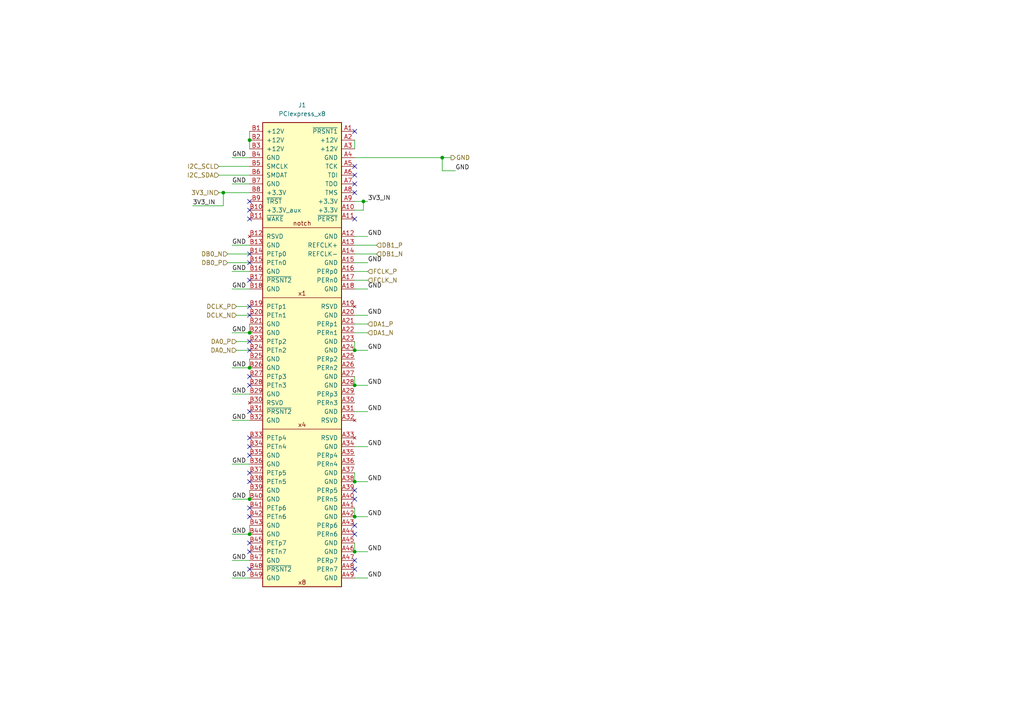
<source format=kicad_sch>
(kicad_sch
	(version 20231120)
	(generator "eeschema")
	(generator_version "8.0")
	(uuid "c207ba6e-5694-47a0-996e-405712c8f564")
	(paper "A4")
	(title_block
		(title "RA-Sentinel Radio Frontend 2.4GHz")
		(date "2025-02-02")
		(rev "A")
		(comment 1 "Mina Daneshpajouh & Tobias Weber")
	)
	(lib_symbols
		(symbol "PICexpress:PCIexpress_x8"
			(pin_names
				(offset 1.016)
			)
			(exclude_from_sim no)
			(in_bom yes)
			(on_board yes)
			(property "Reference" "J1"
				(at 0 5.08 0)
				(effects
					(font
						(size 1.27 1.27)
					)
				)
			)
			(property "Value" "PCIexpress_x8"
				(at 0 2.54 0)
				(effects
					(font
						(size 1.27 1.27)
					)
				)
			)
			(property "Footprint" "PCIexpress:PCIexpress_x8"
				(at 0 -24.13 0)
				(effects
					(font
						(size 1.27 1.27)
					)
					(hide yes)
				)
			)
			(property "Datasheet" ""
				(at 0 -24.13 0)
				(effects
					(font
						(size 1.27 1.27)
					)
					(hide yes)
				)
			)
			(property "Description" ""
				(at 0 0 0)
				(effects
					(font
						(size 1.27 1.27)
					)
					(hide yes)
				)
			)
			(symbol "PCIexpress_x8_0_0"
				(polyline
					(pts
						(xy 11.43 -88.9) (xy -11.43 -88.9)
					)
					(stroke
						(width 0)
						(type default)
					)
					(fill
						(type none)
					)
				)
				(text "x4"
					(at 0 -87.63 0)
					(effects
						(font
							(size 1.27 1.27)
						)
					)
				)
				(text "x8"
					(at 0 -133.35 0)
					(effects
						(font
							(size 1.27 1.27)
						)
					)
				)
			)
			(symbol "PCIexpress_x8_1_1"
				(polyline
					(pts
						(xy 11.43 -50.8) (xy -11.43 -50.8)
					)
					(stroke
						(width 0)
						(type default)
					)
					(fill
						(type none)
					)
				)
				(polyline
					(pts
						(xy 11.43 -30.48) (xy -11.43 -30.48)
					)
					(stroke
						(width 0)
						(type default)
					)
					(fill
						(type none)
					)
				)
				(rectangle
					(start 11.43 0)
					(end -11.43 -134.62)
					(stroke
						(width 0.254)
						(type default)
					)
					(fill
						(type background)
					)
				)
				(text "notch"
					(at 0 -29.21 0)
					(effects
						(font
							(size 1.27 1.27)
						)
					)
				)
				(text "x1"
					(at 0 -49.53 0)
					(effects
						(font
							(size 1.27 1.27)
						)
					)
				)
				(pin passive line
					(at 15.24 -2.54 180)
					(length 3.81)
					(name "~{PRSNT1}"
						(effects
							(font
								(size 1.27 1.27)
							)
						)
					)
					(number "A1"
						(effects
							(font
								(size 1.27 1.27)
							)
						)
					)
				)
				(pin power_out line
					(at 15.24 -25.4 180)
					(length 3.81)
					(name "+3.3V"
						(effects
							(font
								(size 1.27 1.27)
							)
						)
					)
					(number "A10"
						(effects
							(font
								(size 1.27 1.27)
							)
						)
					)
				)
				(pin output line
					(at 15.24 -27.94 180)
					(length 3.81)
					(name "~{PERST}"
						(effects
							(font
								(size 1.27 1.27)
							)
						)
					)
					(number "A11"
						(effects
							(font
								(size 1.27 1.27)
							)
						)
					)
				)
				(pin input line
					(at 15.24 -33.02 180)
					(length 3.81)
					(name "GND"
						(effects
							(font
								(size 1.27 1.27)
							)
						)
					)
					(number "A12"
						(effects
							(font
								(size 1.27 1.27)
							)
						)
					)
				)
				(pin input line
					(at 15.24 -35.56 180)
					(length 3.81)
					(name "REFCLK+"
						(effects
							(font
								(size 1.27 1.27)
							)
						)
					)
					(number "A13"
						(effects
							(font
								(size 1.27 1.27)
							)
						)
					)
				)
				(pin input line
					(at 15.24 -38.1 180)
					(length 3.81)
					(name "REFCLK-"
						(effects
							(font
								(size 1.27 1.27)
							)
						)
					)
					(number "A14"
						(effects
							(font
								(size 1.27 1.27)
							)
						)
					)
				)
				(pin input line
					(at 15.24 -40.64 180)
					(length 3.81)
					(name "GND"
						(effects
							(font
								(size 1.27 1.27)
							)
						)
					)
					(number "A15"
						(effects
							(font
								(size 1.27 1.27)
							)
						)
					)
				)
				(pin input line
					(at 15.24 -43.18 180)
					(length 3.81)
					(name "PERp0"
						(effects
							(font
								(size 1.27 1.27)
							)
						)
					)
					(number "A16"
						(effects
							(font
								(size 1.27 1.27)
							)
						)
					)
				)
				(pin input line
					(at 15.24 -45.72 180)
					(length 3.81)
					(name "PERn0"
						(effects
							(font
								(size 1.27 1.27)
							)
						)
					)
					(number "A17"
						(effects
							(font
								(size 1.27 1.27)
							)
						)
					)
				)
				(pin input line
					(at 15.24 -48.26 180)
					(length 3.81)
					(name "GND"
						(effects
							(font
								(size 1.27 1.27)
							)
						)
					)
					(number "A18"
						(effects
							(font
								(size 1.27 1.27)
							)
						)
					)
				)
				(pin no_connect line
					(at 15.24 -53.34 180)
					(length 3.81)
					(name "RSVD"
						(effects
							(font
								(size 1.27 1.27)
							)
						)
					)
					(number "A19"
						(effects
							(font
								(size 1.27 1.27)
							)
						)
					)
				)
				(pin power_out line
					(at 15.24 -5.08 180)
					(length 3.81)
					(name "+12V"
						(effects
							(font
								(size 1.27 1.27)
							)
						)
					)
					(number "A2"
						(effects
							(font
								(size 1.27 1.27)
							)
						)
					)
				)
				(pin input line
					(at 15.24 -55.88 180)
					(length 3.81)
					(name "GND"
						(effects
							(font
								(size 1.27 1.27)
							)
						)
					)
					(number "A20"
						(effects
							(font
								(size 1.27 1.27)
							)
						)
					)
				)
				(pin input line
					(at 15.24 -58.42 180)
					(length 3.81)
					(name "PERp1"
						(effects
							(font
								(size 1.27 1.27)
							)
						)
					)
					(number "A21"
						(effects
							(font
								(size 1.27 1.27)
							)
						)
					)
				)
				(pin input line
					(at 15.24 -60.96 180)
					(length 3.81)
					(name "PERn1"
						(effects
							(font
								(size 1.27 1.27)
							)
						)
					)
					(number "A22"
						(effects
							(font
								(size 1.27 1.27)
							)
						)
					)
				)
				(pin input line
					(at 15.24 -63.5 180)
					(length 3.81)
					(name "GND"
						(effects
							(font
								(size 1.27 1.27)
							)
						)
					)
					(number "A23"
						(effects
							(font
								(size 1.27 1.27)
							)
						)
					)
				)
				(pin input line
					(at 15.24 -66.04 180)
					(length 3.81)
					(name "GND"
						(effects
							(font
								(size 1.27 1.27)
							)
						)
					)
					(number "A24"
						(effects
							(font
								(size 1.27 1.27)
							)
						)
					)
				)
				(pin input line
					(at 15.24 -68.58 180)
					(length 3.81)
					(name "PERp2"
						(effects
							(font
								(size 1.27 1.27)
							)
						)
					)
					(number "A25"
						(effects
							(font
								(size 1.27 1.27)
							)
						)
					)
				)
				(pin input line
					(at 15.24 -71.12 180)
					(length 3.81)
					(name "PERn2"
						(effects
							(font
								(size 1.27 1.27)
							)
						)
					)
					(number "A26"
						(effects
							(font
								(size 1.27 1.27)
							)
						)
					)
				)
				(pin input line
					(at 15.24 -73.66 180)
					(length 3.81)
					(name "GND"
						(effects
							(font
								(size 1.27 1.27)
							)
						)
					)
					(number "A27"
						(effects
							(font
								(size 1.27 1.27)
							)
						)
					)
				)
				(pin input line
					(at 15.24 -76.2 180)
					(length 3.81)
					(name "GND"
						(effects
							(font
								(size 1.27 1.27)
							)
						)
					)
					(number "A28"
						(effects
							(font
								(size 1.27 1.27)
							)
						)
					)
				)
				(pin input line
					(at 15.24 -78.74 180)
					(length 3.81)
					(name "PERp3"
						(effects
							(font
								(size 1.27 1.27)
							)
						)
					)
					(number "A29"
						(effects
							(font
								(size 1.27 1.27)
							)
						)
					)
				)
				(pin power_out line
					(at 15.24 -7.62 180)
					(length 3.81)
					(name "+12V"
						(effects
							(font
								(size 1.27 1.27)
							)
						)
					)
					(number "A3"
						(effects
							(font
								(size 1.27 1.27)
							)
						)
					)
				)
				(pin input line
					(at 15.24 -81.28 180)
					(length 3.81)
					(name "PERn3"
						(effects
							(font
								(size 1.27 1.27)
							)
						)
					)
					(number "A30"
						(effects
							(font
								(size 1.27 1.27)
							)
						)
					)
				)
				(pin input line
					(at 15.24 -83.82 180)
					(length 3.81)
					(name "GND"
						(effects
							(font
								(size 1.27 1.27)
							)
						)
					)
					(number "A31"
						(effects
							(font
								(size 1.27 1.27)
							)
						)
					)
				)
				(pin no_connect line
					(at 15.24 -86.36 180)
					(length 3.81)
					(name "RSVD"
						(effects
							(font
								(size 1.27 1.27)
							)
						)
					)
					(number "A32"
						(effects
							(font
								(size 1.27 1.27)
							)
						)
					)
				)
				(pin no_connect line
					(at 15.24 -91.44 180)
					(length 3.81)
					(name "RSVD"
						(effects
							(font
								(size 1.27 1.27)
							)
						)
					)
					(number "A33"
						(effects
							(font
								(size 1.27 1.27)
							)
						)
					)
				)
				(pin input line
					(at 15.24 -93.98 180)
					(length 3.81)
					(name "GND"
						(effects
							(font
								(size 1.27 1.27)
							)
						)
					)
					(number "A34"
						(effects
							(font
								(size 1.27 1.27)
							)
						)
					)
				)
				(pin input line
					(at 15.24 -96.52 180)
					(length 3.81)
					(name "PERp4"
						(effects
							(font
								(size 1.27 1.27)
							)
						)
					)
					(number "A35"
						(effects
							(font
								(size 1.27 1.27)
							)
						)
					)
				)
				(pin input line
					(at 15.24 -99.06 180)
					(length 3.81)
					(name "PERn4"
						(effects
							(font
								(size 1.27 1.27)
							)
						)
					)
					(number "A36"
						(effects
							(font
								(size 1.27 1.27)
							)
						)
					)
				)
				(pin input line
					(at 15.24 -101.6 180)
					(length 3.81)
					(name "GND"
						(effects
							(font
								(size 1.27 1.27)
							)
						)
					)
					(number "A37"
						(effects
							(font
								(size 1.27 1.27)
							)
						)
					)
				)
				(pin input line
					(at 15.24 -104.14 180)
					(length 3.81)
					(name "GND"
						(effects
							(font
								(size 1.27 1.27)
							)
						)
					)
					(number "A38"
						(effects
							(font
								(size 1.27 1.27)
							)
						)
					)
				)
				(pin input line
					(at 15.24 -106.68 180)
					(length 3.81)
					(name "PERp5"
						(effects
							(font
								(size 1.27 1.27)
							)
						)
					)
					(number "A39"
						(effects
							(font
								(size 1.27 1.27)
							)
						)
					)
				)
				(pin input line
					(at 15.24 -10.16 180)
					(length 3.81)
					(name "GND"
						(effects
							(font
								(size 1.27 1.27)
							)
						)
					)
					(number "A4"
						(effects
							(font
								(size 1.27 1.27)
							)
						)
					)
				)
				(pin input line
					(at 15.24 -109.22 180)
					(length 3.81)
					(name "PERn5"
						(effects
							(font
								(size 1.27 1.27)
							)
						)
					)
					(number "A40"
						(effects
							(font
								(size 1.27 1.27)
							)
						)
					)
				)
				(pin input line
					(at 15.24 -111.76 180)
					(length 3.81)
					(name "GND"
						(effects
							(font
								(size 1.27 1.27)
							)
						)
					)
					(number "A41"
						(effects
							(font
								(size 1.27 1.27)
							)
						)
					)
				)
				(pin input line
					(at 15.24 -114.3 180)
					(length 3.81)
					(name "GND"
						(effects
							(font
								(size 1.27 1.27)
							)
						)
					)
					(number "A42"
						(effects
							(font
								(size 1.27 1.27)
							)
						)
					)
				)
				(pin input line
					(at 15.24 -116.84 180)
					(length 3.81)
					(name "PERp6"
						(effects
							(font
								(size 1.27 1.27)
							)
						)
					)
					(number "A43"
						(effects
							(font
								(size 1.27 1.27)
							)
						)
					)
				)
				(pin input line
					(at 15.24 -119.38 180)
					(length 3.81)
					(name "PERn6"
						(effects
							(font
								(size 1.27 1.27)
							)
						)
					)
					(number "A44"
						(effects
							(font
								(size 1.27 1.27)
							)
						)
					)
				)
				(pin input line
					(at 15.24 -121.92 180)
					(length 3.81)
					(name "GND"
						(effects
							(font
								(size 1.27 1.27)
							)
						)
					)
					(number "A45"
						(effects
							(font
								(size 1.27 1.27)
							)
						)
					)
				)
				(pin input line
					(at 15.24 -124.46 180)
					(length 3.81)
					(name "GND"
						(effects
							(font
								(size 1.27 1.27)
							)
						)
					)
					(number "A46"
						(effects
							(font
								(size 1.27 1.27)
							)
						)
					)
				)
				(pin input line
					(at 15.24 -127 180)
					(length 3.81)
					(name "PERp7"
						(effects
							(font
								(size 1.27 1.27)
							)
						)
					)
					(number "A47"
						(effects
							(font
								(size 1.27 1.27)
							)
						)
					)
				)
				(pin input line
					(at 15.24 -129.54 180)
					(length 3.81)
					(name "PERn7"
						(effects
							(font
								(size 1.27 1.27)
							)
						)
					)
					(number "A48"
						(effects
							(font
								(size 1.27 1.27)
							)
						)
					)
				)
				(pin input line
					(at 15.24 -132.08 180)
					(length 3.81)
					(name "GND"
						(effects
							(font
								(size 1.27 1.27)
							)
						)
					)
					(number "A49"
						(effects
							(font
								(size 1.27 1.27)
							)
						)
					)
				)
				(pin output line
					(at 15.24 -12.7 180)
					(length 3.81)
					(name "TCK"
						(effects
							(font
								(size 1.27 1.27)
							)
						)
					)
					(number "A5"
						(effects
							(font
								(size 1.27 1.27)
							)
						)
					)
				)
				(pin output line
					(at 15.24 -15.24 180)
					(length 3.81)
					(name "TDI"
						(effects
							(font
								(size 1.27 1.27)
							)
						)
					)
					(number "A6"
						(effects
							(font
								(size 1.27 1.27)
							)
						)
					)
				)
				(pin input line
					(at 15.24 -17.78 180)
					(length 3.81)
					(name "TDO"
						(effects
							(font
								(size 1.27 1.27)
							)
						)
					)
					(number "A7"
						(effects
							(font
								(size 1.27 1.27)
							)
						)
					)
				)
				(pin output line
					(at 15.24 -20.32 180)
					(length 3.81)
					(name "TMS"
						(effects
							(font
								(size 1.27 1.27)
							)
						)
					)
					(number "A8"
						(effects
							(font
								(size 1.27 1.27)
							)
						)
					)
				)
				(pin power_out line
					(at 15.24 -22.86 180)
					(length 3.81)
					(name "+3.3V"
						(effects
							(font
								(size 1.27 1.27)
							)
						)
					)
					(number "A9"
						(effects
							(font
								(size 1.27 1.27)
							)
						)
					)
				)
				(pin power_out line
					(at -15.24 -2.54 0)
					(length 3.81)
					(name "+12V"
						(effects
							(font
								(size 1.27 1.27)
							)
						)
					)
					(number "B1"
						(effects
							(font
								(size 1.27 1.27)
							)
						)
					)
				)
				(pin power_out line
					(at -15.24 -25.4 0)
					(length 3.81)
					(name "+3.3V_aux"
						(effects
							(font
								(size 1.27 1.27)
							)
						)
					)
					(number "B10"
						(effects
							(font
								(size 1.27 1.27)
							)
						)
					)
				)
				(pin open_collector line
					(at -15.24 -27.94 0)
					(length 3.81)
					(name "~{WAKE}"
						(effects
							(font
								(size 1.27 1.27)
							)
						)
					)
					(number "B11"
						(effects
							(font
								(size 1.27 1.27)
							)
						)
					)
				)
				(pin no_connect line
					(at -15.24 -33.02 0)
					(length 3.81)
					(name "RSVD"
						(effects
							(font
								(size 1.27 1.27)
							)
						)
					)
					(number "B12"
						(effects
							(font
								(size 1.27 1.27)
							)
						)
					)
				)
				(pin input line
					(at -15.24 -35.56 0)
					(length 3.81)
					(name "GND"
						(effects
							(font
								(size 1.27 1.27)
							)
						)
					)
					(number "B13"
						(effects
							(font
								(size 1.27 1.27)
							)
						)
					)
				)
				(pin output line
					(at -15.24 -38.1 0)
					(length 3.81)
					(name "PETp0"
						(effects
							(font
								(size 1.27 1.27)
							)
						)
					)
					(number "B14"
						(effects
							(font
								(size 1.27 1.27)
							)
						)
					)
				)
				(pin output line
					(at -15.24 -40.64 0)
					(length 3.81)
					(name "PETn0"
						(effects
							(font
								(size 1.27 1.27)
							)
						)
					)
					(number "B15"
						(effects
							(font
								(size 1.27 1.27)
							)
						)
					)
				)
				(pin input line
					(at -15.24 -43.18 0)
					(length 3.81)
					(name "GND"
						(effects
							(font
								(size 1.27 1.27)
							)
						)
					)
					(number "B16"
						(effects
							(font
								(size 1.27 1.27)
							)
						)
					)
				)
				(pin passive line
					(at -15.24 -45.72 0)
					(length 3.81)
					(name "~{PRSNT2}"
						(effects
							(font
								(size 1.27 1.27)
							)
						)
					)
					(number "B17"
						(effects
							(font
								(size 1.27 1.27)
							)
						)
					)
				)
				(pin input line
					(at -15.24 -48.26 0)
					(length 3.81)
					(name "GND"
						(effects
							(font
								(size 1.27 1.27)
							)
						)
					)
					(number "B18"
						(effects
							(font
								(size 1.27 1.27)
							)
						)
					)
				)
				(pin output line
					(at -15.24 -53.34 0)
					(length 3.81)
					(name "PETp1"
						(effects
							(font
								(size 1.27 1.27)
							)
						)
					)
					(number "B19"
						(effects
							(font
								(size 1.27 1.27)
							)
						)
					)
				)
				(pin power_out line
					(at -15.24 -5.08 0)
					(length 3.81)
					(name "+12V"
						(effects
							(font
								(size 1.27 1.27)
							)
						)
					)
					(number "B2"
						(effects
							(font
								(size 1.27 1.27)
							)
						)
					)
				)
				(pin output line
					(at -15.24 -55.88 0)
					(length 3.81)
					(name "PETn1"
						(effects
							(font
								(size 1.27 1.27)
							)
						)
					)
					(number "B20"
						(effects
							(font
								(size 1.27 1.27)
							)
						)
					)
				)
				(pin input line
					(at -15.24 -58.42 0)
					(length 3.81)
					(name "GND"
						(effects
							(font
								(size 1.27 1.27)
							)
						)
					)
					(number "B21"
						(effects
							(font
								(size 1.27 1.27)
							)
						)
					)
				)
				(pin input line
					(at -15.24 -60.96 0)
					(length 3.81)
					(name "GND"
						(effects
							(font
								(size 1.27 1.27)
							)
						)
					)
					(number "B22"
						(effects
							(font
								(size 1.27 1.27)
							)
						)
					)
				)
				(pin output line
					(at -15.24 -63.5 0)
					(length 3.81)
					(name "PETp2"
						(effects
							(font
								(size 1.27 1.27)
							)
						)
					)
					(number "B23"
						(effects
							(font
								(size 1.27 1.27)
							)
						)
					)
				)
				(pin output line
					(at -15.24 -66.04 0)
					(length 3.81)
					(name "PETn2"
						(effects
							(font
								(size 1.27 1.27)
							)
						)
					)
					(number "B24"
						(effects
							(font
								(size 1.27 1.27)
							)
						)
					)
				)
				(pin input line
					(at -15.24 -68.58 0)
					(length 3.81)
					(name "GND"
						(effects
							(font
								(size 1.27 1.27)
							)
						)
					)
					(number "B25"
						(effects
							(font
								(size 1.27 1.27)
							)
						)
					)
				)
				(pin input line
					(at -15.24 -71.12 0)
					(length 3.81)
					(name "GND"
						(effects
							(font
								(size 1.27 1.27)
							)
						)
					)
					(number "B26"
						(effects
							(font
								(size 1.27 1.27)
							)
						)
					)
				)
				(pin output line
					(at -15.24 -73.66 0)
					(length 3.81)
					(name "PETp3"
						(effects
							(font
								(size 1.27 1.27)
							)
						)
					)
					(number "B27"
						(effects
							(font
								(size 1.27 1.27)
							)
						)
					)
				)
				(pin output line
					(at -15.24 -76.2 0)
					(length 3.81)
					(name "PETn3"
						(effects
							(font
								(size 1.27 1.27)
							)
						)
					)
					(number "B28"
						(effects
							(font
								(size 1.27 1.27)
							)
						)
					)
				)
				(pin input line
					(at -15.24 -78.74 0)
					(length 3.81)
					(name "GND"
						(effects
							(font
								(size 1.27 1.27)
							)
						)
					)
					(number "B29"
						(effects
							(font
								(size 1.27 1.27)
							)
						)
					)
				)
				(pin power_out line
					(at -15.24 -7.62 0)
					(length 3.81)
					(name "+12V"
						(effects
							(font
								(size 1.27 1.27)
							)
						)
					)
					(number "B3"
						(effects
							(font
								(size 1.27 1.27)
							)
						)
					)
				)
				(pin no_connect line
					(at -15.24 -81.28 0)
					(length 3.81)
					(name "RSVD"
						(effects
							(font
								(size 1.27 1.27)
							)
						)
					)
					(number "B30"
						(effects
							(font
								(size 1.27 1.27)
							)
						)
					)
				)
				(pin passive line
					(at -15.24 -83.82 0)
					(length 3.81)
					(name "~{PRSNT2}"
						(effects
							(font
								(size 1.27 1.27)
							)
						)
					)
					(number "B31"
						(effects
							(font
								(size 1.27 1.27)
							)
						)
					)
				)
				(pin input line
					(at -15.24 -86.36 0)
					(length 3.81)
					(name "GND"
						(effects
							(font
								(size 1.27 1.27)
							)
						)
					)
					(number "B32"
						(effects
							(font
								(size 1.27 1.27)
							)
						)
					)
				)
				(pin output line
					(at -15.24 -91.44 0)
					(length 3.81)
					(name "PETp4"
						(effects
							(font
								(size 1.27 1.27)
							)
						)
					)
					(number "B33"
						(effects
							(font
								(size 1.27 1.27)
							)
						)
					)
				)
				(pin output line
					(at -15.24 -93.98 0)
					(length 3.81)
					(name "PETn4"
						(effects
							(font
								(size 1.27 1.27)
							)
						)
					)
					(number "B34"
						(effects
							(font
								(size 1.27 1.27)
							)
						)
					)
				)
				(pin input line
					(at -15.24 -96.52 0)
					(length 3.81)
					(name "GND"
						(effects
							(font
								(size 1.27 1.27)
							)
						)
					)
					(number "B35"
						(effects
							(font
								(size 1.27 1.27)
							)
						)
					)
				)
				(pin input line
					(at -15.24 -99.06 0)
					(length 3.81)
					(name "GND"
						(effects
							(font
								(size 1.27 1.27)
							)
						)
					)
					(number "B36"
						(effects
							(font
								(size 1.27 1.27)
							)
						)
					)
				)
				(pin output line
					(at -15.24 -101.6 0)
					(length 3.81)
					(name "PETp5"
						(effects
							(font
								(size 1.27 1.27)
							)
						)
					)
					(number "B37"
						(effects
							(font
								(size 1.27 1.27)
							)
						)
					)
				)
				(pin output line
					(at -15.24 -104.14 0)
					(length 3.81)
					(name "PETn5"
						(effects
							(font
								(size 1.27 1.27)
							)
						)
					)
					(number "B38"
						(effects
							(font
								(size 1.27 1.27)
							)
						)
					)
				)
				(pin input line
					(at -15.24 -106.68 0)
					(length 3.81)
					(name "GND"
						(effects
							(font
								(size 1.27 1.27)
							)
						)
					)
					(number "B39"
						(effects
							(font
								(size 1.27 1.27)
							)
						)
					)
				)
				(pin input line
					(at -15.24 -10.16 0)
					(length 3.81)
					(name "GND"
						(effects
							(font
								(size 1.27 1.27)
							)
						)
					)
					(number "B4"
						(effects
							(font
								(size 1.27 1.27)
							)
						)
					)
				)
				(pin input line
					(at -15.24 -109.22 0)
					(length 3.81)
					(name "GND"
						(effects
							(font
								(size 1.27 1.27)
							)
						)
					)
					(number "B40"
						(effects
							(font
								(size 1.27 1.27)
							)
						)
					)
				)
				(pin output line
					(at -15.24 -111.76 0)
					(length 3.81)
					(name "PETp6"
						(effects
							(font
								(size 1.27 1.27)
							)
						)
					)
					(number "B41"
						(effects
							(font
								(size 1.27 1.27)
							)
						)
					)
				)
				(pin output line
					(at -15.24 -114.3 0)
					(length 3.81)
					(name "PETn6"
						(effects
							(font
								(size 1.27 1.27)
							)
						)
					)
					(number "B42"
						(effects
							(font
								(size 1.27 1.27)
							)
						)
					)
				)
				(pin input line
					(at -15.24 -116.84 0)
					(length 3.81)
					(name "GND"
						(effects
							(font
								(size 1.27 1.27)
							)
						)
					)
					(number "B43"
						(effects
							(font
								(size 1.27 1.27)
							)
						)
					)
				)
				(pin input line
					(at -15.24 -119.38 0)
					(length 3.81)
					(name "GND"
						(effects
							(font
								(size 1.27 1.27)
							)
						)
					)
					(number "B44"
						(effects
							(font
								(size 1.27 1.27)
							)
						)
					)
				)
				(pin output line
					(at -15.24 -121.92 0)
					(length 3.81)
					(name "PETp7"
						(effects
							(font
								(size 1.27 1.27)
							)
						)
					)
					(number "B45"
						(effects
							(font
								(size 1.27 1.27)
							)
						)
					)
				)
				(pin output line
					(at -15.24 -124.46 0)
					(length 3.81)
					(name "PETn7"
						(effects
							(font
								(size 1.27 1.27)
							)
						)
					)
					(number "B46"
						(effects
							(font
								(size 1.27 1.27)
							)
						)
					)
				)
				(pin input line
					(at -15.24 -127 0)
					(length 3.81)
					(name "GND"
						(effects
							(font
								(size 1.27 1.27)
							)
						)
					)
					(number "B47"
						(effects
							(font
								(size 1.27 1.27)
							)
						)
					)
				)
				(pin passive line
					(at -15.24 -129.54 0)
					(length 3.81)
					(name "~{PRSNT2}"
						(effects
							(font
								(size 1.27 1.27)
							)
						)
					)
					(number "B48"
						(effects
							(font
								(size 1.27 1.27)
							)
						)
					)
				)
				(pin input line
					(at -15.24 -132.08 0)
					(length 3.81)
					(name "GND"
						(effects
							(font
								(size 1.27 1.27)
							)
						)
					)
					(number "B49"
						(effects
							(font
								(size 1.27 1.27)
							)
						)
					)
				)
				(pin open_collector line
					(at -15.24 -12.7 0)
					(length 3.81)
					(name "SMCLK"
						(effects
							(font
								(size 1.27 1.27)
							)
						)
					)
					(number "B5"
						(effects
							(font
								(size 1.27 1.27)
							)
						)
					)
				)
				(pin open_collector line
					(at -15.24 -15.24 0)
					(length 3.81)
					(name "SMDAT"
						(effects
							(font
								(size 1.27 1.27)
							)
						)
					)
					(number "B6"
						(effects
							(font
								(size 1.27 1.27)
							)
						)
					)
				)
				(pin input line
					(at -15.24 -17.78 0)
					(length 3.81)
					(name "GND"
						(effects
							(font
								(size 1.27 1.27)
							)
						)
					)
					(number "B7"
						(effects
							(font
								(size 1.27 1.27)
							)
						)
					)
				)
				(pin power_out line
					(at -15.24 -20.32 0)
					(length 3.81)
					(name "+3.3V"
						(effects
							(font
								(size 1.27 1.27)
							)
						)
					)
					(number "B8"
						(effects
							(font
								(size 1.27 1.27)
							)
						)
					)
				)
				(pin output line
					(at -15.24 -22.86 0)
					(length 3.81)
					(name "~{TRST}"
						(effects
							(font
								(size 1.27 1.27)
							)
						)
					)
					(number "B9"
						(effects
							(font
								(size 1.27 1.27)
							)
						)
					)
				)
			)
		)
	)
	(junction
		(at 102.87 149.86)
		(diameter 0)
		(color 0 0 0 0)
		(uuid "13a2f7f2-6944-4237-a8e0-117640201944")
	)
	(junction
		(at 102.87 160.02)
		(diameter 0)
		(color 0 0 0 0)
		(uuid "16608fbf-e283-4a42-94ad-15e73f529947")
	)
	(junction
		(at 72.39 154.94)
		(diameter 0)
		(color 0 0 0 0)
		(uuid "1f77462f-fb08-4c73-a23c-eee4028d746b")
	)
	(junction
		(at 102.87 111.76)
		(diameter 0)
		(color 0 0 0 0)
		(uuid "2b134621-969c-4f6c-bcd7-14bfb9c67f0f")
	)
	(junction
		(at 72.39 106.68)
		(diameter 0)
		(color 0 0 0 0)
		(uuid "33a72ffb-8435-463d-9abd-405d27933095")
	)
	(junction
		(at 128.27 45.72)
		(diameter 0)
		(color 0 0 0 0)
		(uuid "4783d4c9-17dd-42d2-b193-ee202ee2b601")
	)
	(junction
		(at 105.41 58.42)
		(diameter 0)
		(color 0 0 0 0)
		(uuid "4cab0fb6-ea7a-4c4b-af3a-d2b7045257d5")
	)
	(junction
		(at 72.39 144.78)
		(diameter 0)
		(color 0 0 0 0)
		(uuid "7b66e2aa-935a-4184-b81d-cb91a571cfa0")
	)
	(junction
		(at 72.39 96.52)
		(diameter 0)
		(color 0 0 0 0)
		(uuid "83c3c0f9-08bc-4761-bed6-f444680e7c1b")
	)
	(junction
		(at 64.77 55.88)
		(diameter 0)
		(color 0 0 0 0)
		(uuid "a1a92c64-699b-4858-83d9-b3286b9d2c1b")
	)
	(junction
		(at 102.87 101.6)
		(diameter 0)
		(color 0 0 0 0)
		(uuid "be35dd4f-922b-4a55-ad65-e71e8f8bdd6a")
	)
	(junction
		(at 102.87 139.7)
		(diameter 0)
		(color 0 0 0 0)
		(uuid "c730c316-fb1b-49f1-9d94-428a1d3fc07a")
	)
	(junction
		(at 72.39 40.64)
		(diameter 0)
		(color 0 0 0 0)
		(uuid "e75b9bb8-a6a8-4aab-9e02-857c73432e73")
	)
	(no_connect
		(at 72.39 101.6)
		(uuid "02bf3d1a-336f-48a0-ba94-2bc9abd1f2d7")
	)
	(no_connect
		(at 72.39 109.22)
		(uuid "136d036f-a3d6-4a7e-b6b9-6e8175d8ee69")
	)
	(no_connect
		(at 72.39 160.02)
		(uuid "1c958761-b5ea-4b29-9f69-8388032bf1af")
	)
	(no_connect
		(at 72.39 127)
		(uuid "1ed7446a-5d67-4364-ab91-a4f69d358bc3")
	)
	(no_connect
		(at 102.87 152.4)
		(uuid "33532022-a5d3-47fc-9c37-7d0016319ffe")
	)
	(no_connect
		(at 102.87 63.5)
		(uuid "3858a6a4-96f4-45a4-9e4c-49a70d4ffac0")
	)
	(no_connect
		(at 102.87 142.24)
		(uuid "3c76fe39-f0df-47e3-91d1-6605b91e9ea1")
	)
	(no_connect
		(at 72.39 60.96)
		(uuid "49025d7b-acca-439a-aac0-4cd139f2a87a")
	)
	(no_connect
		(at 102.87 38.1)
		(uuid "4e536c3a-7f45-4be6-8d56-490898c6585b")
	)
	(no_connect
		(at 102.87 53.34)
		(uuid "504f3c5a-f819-42e9-be7d-c535c4787bec")
	)
	(no_connect
		(at 72.39 165.1)
		(uuid "51fdc401-4aad-449f-acb8-12746d6b4c59")
	)
	(no_connect
		(at 72.39 132.08)
		(uuid "52586d2a-b20d-4c23-a25f-d89068fdd305")
	)
	(no_connect
		(at 72.39 139.7)
		(uuid "608eec0d-97bc-4e81-8ee8-60fbbf3bef36")
	)
	(no_connect
		(at 72.39 111.76)
		(uuid "643e3785-03c0-4734-9ed7-8d3f0d4dfa90")
	)
	(no_connect
		(at 72.39 149.86)
		(uuid "6feb599f-6401-4e68-b8ed-1dcc386582c6")
	)
	(no_connect
		(at 72.39 88.9)
		(uuid "73ca59d4-9def-4dd2-9606-93d759c1dd32")
	)
	(no_connect
		(at 72.39 137.16)
		(uuid "76d77080-bd98-4189-9055-9b322ba1d13e")
	)
	(no_connect
		(at 72.39 147.32)
		(uuid "7d8e1c87-5853-4e1e-b8d9-503df038a1cf")
	)
	(no_connect
		(at 72.39 73.66)
		(uuid "865d49dc-8672-4c0f-afa1-46f1a5a9a756")
	)
	(no_connect
		(at 72.39 58.42)
		(uuid "924bf275-4852-48dc-a461-0e5f7bf803cd")
	)
	(no_connect
		(at 72.39 63.5)
		(uuid "93b182ef-ecf8-4f8c-8e6f-1dc3a9397e0f")
	)
	(no_connect
		(at 102.87 48.26)
		(uuid "94d9bb5d-0308-4a8f-9ccf-3062845eab12")
	)
	(no_connect
		(at 72.39 81.28)
		(uuid "95346b66-3533-41dd-99f5-67661a01c4d9")
	)
	(no_connect
		(at 102.87 144.78)
		(uuid "9b1b9011-3fbe-4c69-8360-88ff0df39fda")
	)
	(no_connect
		(at 102.87 154.94)
		(uuid "9fd8384c-1681-4c16-97da-4e3e2c779e47")
	)
	(no_connect
		(at 102.87 165.1)
		(uuid "a18f63d8-4d5b-4b3a-a29e-43e247f0e6a7")
	)
	(no_connect
		(at 72.39 91.44)
		(uuid "bf217bee-3c88-48bb-8a29-7df307d8c78f")
	)
	(no_connect
		(at 72.39 119.38)
		(uuid "c3ffa723-52f7-48b5-9984-74c0465f4b8c")
	)
	(no_connect
		(at 102.87 55.88)
		(uuid "c6d1f728-8a06-40e9-ba2b-19ad1ed8e39f")
	)
	(no_connect
		(at 72.39 157.48)
		(uuid "ca82d461-922d-4863-a715-85c437e90bdf")
	)
	(no_connect
		(at 72.39 76.2)
		(uuid "cb8848d4-4f71-4181-8672-d37501f76847")
	)
	(no_connect
		(at 102.87 50.8)
		(uuid "ec36fee3-6b8e-4b79-a975-4c6308662b47")
	)
	(no_connect
		(at 72.39 129.54)
		(uuid "ed2aadd4-1ea8-44fc-af52-ad4ec003d2d3")
	)
	(no_connect
		(at 72.39 99.06)
		(uuid "efa9f41f-0e49-4789-8a61-4dd01c4e133d")
	)
	(no_connect
		(at 102.87 162.56)
		(uuid "f5a81918-3b64-49ca-8d5f-aebde866618f")
	)
	(wire
		(pts
			(xy 102.87 45.72) (xy 128.27 45.72)
		)
		(stroke
			(width 0)
			(type default)
		)
		(uuid "08c36830-7b79-458c-917a-8acf1243b9f3")
	)
	(wire
		(pts
			(xy 72.39 38.1) (xy 72.39 40.64)
		)
		(stroke
			(width 0)
			(type default)
		)
		(uuid "0d562f3d-07d1-4481-96a5-8cad43d4e3a5")
	)
	(wire
		(pts
			(xy 67.31 134.62) (xy 72.39 134.62)
		)
		(stroke
			(width 0)
			(type default)
		)
		(uuid "112553fa-88a6-49fb-8e10-c5d9dfc3184d")
	)
	(wire
		(pts
			(xy 102.87 40.64) (xy 102.87 43.18)
		)
		(stroke
			(width 0)
			(type default)
		)
		(uuid "14dfb972-b650-4471-b44d-1a9d10dd8e03")
	)
	(wire
		(pts
			(xy 102.87 160.02) (xy 106.68 160.02)
		)
		(stroke
			(width 0)
			(type default)
		)
		(uuid "156aa400-104e-427f-96df-2346c763fcd5")
	)
	(wire
		(pts
			(xy 67.31 71.12) (xy 72.39 71.12)
		)
		(stroke
			(width 0)
			(type default)
		)
		(uuid "1a965cf2-e40c-41fb-885b-d834e7a7624c")
	)
	(wire
		(pts
			(xy 102.87 137.16) (xy 102.87 139.7)
		)
		(stroke
			(width 0)
			(type default)
		)
		(uuid "208738e2-f2c8-4e8a-94c5-4f0333345a1a")
	)
	(wire
		(pts
			(xy 102.87 111.76) (xy 106.68 111.76)
		)
		(stroke
			(width 0)
			(type default)
		)
		(uuid "24e3fb76-7586-4b08-a8ee-307660a558ed")
	)
	(wire
		(pts
			(xy 63.5 55.88) (xy 64.77 55.88)
		)
		(stroke
			(width 0)
			(type default)
		)
		(uuid "25d581cf-7aad-4eba-985e-8a8cc3e34c3b")
	)
	(wire
		(pts
			(xy 63.5 50.8) (xy 72.39 50.8)
		)
		(stroke
			(width 0)
			(type default)
		)
		(uuid "270f98dd-a221-4ccf-a362-7b601f0a45d1")
	)
	(wire
		(pts
			(xy 132.08 49.53) (xy 128.27 49.53)
		)
		(stroke
			(width 0)
			(type default)
		)
		(uuid "3216c699-73d3-4986-8970-e82a3581b6ba")
	)
	(wire
		(pts
			(xy 128.27 49.53) (xy 128.27 45.72)
		)
		(stroke
			(width 0)
			(type default)
		)
		(uuid "38bf97a5-19e7-45cd-89f2-baa25ece4b7a")
	)
	(wire
		(pts
			(xy 67.31 53.34) (xy 72.39 53.34)
		)
		(stroke
			(width 0)
			(type default)
		)
		(uuid "3a09d1ac-b7b1-4df6-be51-a2285664d06b")
	)
	(wire
		(pts
			(xy 67.31 96.52) (xy 72.39 96.52)
		)
		(stroke
			(width 0)
			(type default)
		)
		(uuid "3c9ec9d3-3de6-444e-bfdc-bceff6c11018")
	)
	(wire
		(pts
			(xy 67.31 106.68) (xy 72.39 106.68)
		)
		(stroke
			(width 0)
			(type default)
		)
		(uuid "3f970e01-79a2-42cb-baaa-0bb5b49d6046")
	)
	(wire
		(pts
			(xy 102.87 109.22) (xy 102.87 111.76)
		)
		(stroke
			(width 0)
			(type default)
		)
		(uuid "42d1b803-4432-4197-8a49-5dc7c6b77615")
	)
	(wire
		(pts
			(xy 106.68 81.28) (xy 102.87 81.28)
		)
		(stroke
			(width 0)
			(type default)
		)
		(uuid "46b6f0cf-61a9-4332-9544-98aaea6e05ca")
	)
	(wire
		(pts
			(xy 102.87 60.96) (xy 105.41 60.96)
		)
		(stroke
			(width 0)
			(type default)
		)
		(uuid "488f8b2a-6832-4337-aac8-06cd9eb4bed5")
	)
	(wire
		(pts
			(xy 106.68 58.42) (xy 105.41 58.42)
		)
		(stroke
			(width 0)
			(type default)
		)
		(uuid "4b0256d4-db27-4ffc-b5db-8f4287cd0a2c")
	)
	(wire
		(pts
			(xy 72.39 152.4) (xy 72.39 154.94)
		)
		(stroke
			(width 0)
			(type default)
		)
		(uuid "4c6d7176-4c8e-48f3-86a7-32814b44ca34")
	)
	(wire
		(pts
			(xy 72.39 93.98) (xy 72.39 96.52)
		)
		(stroke
			(width 0)
			(type default)
		)
		(uuid "4e10a968-8e85-4878-a862-55520b6b896f")
	)
	(wire
		(pts
			(xy 63.5 48.26) (xy 72.39 48.26)
		)
		(stroke
			(width 0)
			(type default)
		)
		(uuid "4f1e08e2-634b-41cc-a6e0-c144617577a7")
	)
	(wire
		(pts
			(xy 102.87 99.06) (xy 102.87 101.6)
		)
		(stroke
			(width 0)
			(type default)
		)
		(uuid "50564b0e-60bc-4153-88af-73c888baf59e")
	)
	(wire
		(pts
			(xy 72.39 40.64) (xy 72.39 43.18)
		)
		(stroke
			(width 0)
			(type default)
		)
		(uuid "50d02ef5-cc08-44a3-9e95-35c877999f9c")
	)
	(wire
		(pts
			(xy 64.77 59.69) (xy 55.88 59.69)
		)
		(stroke
			(width 0)
			(type default)
		)
		(uuid "5a380ee3-ecbe-4e4b-90b1-111c8f2cfd28")
	)
	(wire
		(pts
			(xy 102.87 83.82) (xy 106.68 83.82)
		)
		(stroke
			(width 0)
			(type default)
		)
		(uuid "5a3a7147-121a-47fb-b9f8-0308ebcf36e1")
	)
	(wire
		(pts
			(xy 68.58 91.44) (xy 72.39 91.44)
		)
		(stroke
			(width 0)
			(type default)
		)
		(uuid "5db80fc0-d706-44f5-8815-138f5d4d38e2")
	)
	(wire
		(pts
			(xy 102.87 149.86) (xy 106.68 149.86)
		)
		(stroke
			(width 0)
			(type default)
		)
		(uuid "6003f074-6b61-4c5e-9aae-d60f3adb6cfd")
	)
	(wire
		(pts
			(xy 102.87 129.54) (xy 106.68 129.54)
		)
		(stroke
			(width 0)
			(type default)
		)
		(uuid "633302a9-ba65-45bc-a70a-15cd6fb86d8d")
	)
	(wire
		(pts
			(xy 67.31 121.92) (xy 72.39 121.92)
		)
		(stroke
			(width 0)
			(type default)
		)
		(uuid "6899b0e6-1d4c-4c28-9ed0-fdf1c59fd272")
	)
	(wire
		(pts
			(xy 102.87 167.64) (xy 106.68 167.64)
		)
		(stroke
			(width 0)
			(type default)
		)
		(uuid "6a8ca131-d07f-428f-bb27-4c9f3e8c2a50")
	)
	(wire
		(pts
			(xy 68.58 88.9) (xy 72.39 88.9)
		)
		(stroke
			(width 0)
			(type default)
		)
		(uuid "6c99b042-1fd2-4d1d-82c0-b05beff8ea53")
	)
	(wire
		(pts
			(xy 67.31 45.72) (xy 72.39 45.72)
		)
		(stroke
			(width 0)
			(type default)
		)
		(uuid "7779e827-0bef-403f-98cb-6ea824ffef0c")
	)
	(wire
		(pts
			(xy 105.41 58.42) (xy 105.41 60.96)
		)
		(stroke
			(width 0)
			(type default)
		)
		(uuid "7ced4840-9002-43d3-8e0f-0ccb59ecfbc3")
	)
	(wire
		(pts
			(xy 67.31 78.74) (xy 72.39 78.74)
		)
		(stroke
			(width 0)
			(type default)
		)
		(uuid "7e681860-63e5-4ab2-9714-deed929eb991")
	)
	(wire
		(pts
			(xy 102.87 68.58) (xy 106.68 68.58)
		)
		(stroke
			(width 0)
			(type default)
		)
		(uuid "83c789a2-a11c-43a9-b1dc-e7ad7a3990c0")
	)
	(wire
		(pts
			(xy 68.58 99.06) (xy 72.39 99.06)
		)
		(stroke
			(width 0)
			(type default)
		)
		(uuid "92b84a3f-f28b-4145-897c-c500408d5edb")
	)
	(wire
		(pts
			(xy 102.87 157.48) (xy 102.87 160.02)
		)
		(stroke
			(width 0)
			(type default)
		)
		(uuid "98e09356-1bcd-428d-b4db-d929711f976f")
	)
	(wire
		(pts
			(xy 106.68 96.52) (xy 102.87 96.52)
		)
		(stroke
			(width 0)
			(type default)
		)
		(uuid "9ff07cb8-c0e0-4066-b7c6-9669ba5421e6")
	)
	(wire
		(pts
			(xy 72.39 142.24) (xy 72.39 144.78)
		)
		(stroke
			(width 0)
			(type default)
		)
		(uuid "a2337844-f623-4739-93e8-d9fdec15c797")
	)
	(wire
		(pts
			(xy 67.31 144.78) (xy 72.39 144.78)
		)
		(stroke
			(width 0)
			(type default)
		)
		(uuid "a7c445bb-2407-47a1-8bb6-3976d2883240")
	)
	(wire
		(pts
			(xy 64.77 55.88) (xy 72.39 55.88)
		)
		(stroke
			(width 0)
			(type default)
		)
		(uuid "a81fca54-42de-42d3-9a9b-6209b0fb3e83")
	)
	(wire
		(pts
			(xy 106.68 78.74) (xy 102.87 78.74)
		)
		(stroke
			(width 0)
			(type default)
		)
		(uuid "aa5f33d8-a90f-4bed-adab-5bcb97728bd2")
	)
	(wire
		(pts
			(xy 102.87 76.2) (xy 106.68 76.2)
		)
		(stroke
			(width 0)
			(type default)
		)
		(uuid "b1540930-f523-4c75-8f56-66d21f0f2ad6")
	)
	(wire
		(pts
			(xy 72.39 76.2) (xy 66.04 76.2)
		)
		(stroke
			(width 0)
			(type default)
		)
		(uuid "b4d4365f-7966-442a-8a44-0fd692ee3edc")
	)
	(wire
		(pts
			(xy 68.58 101.6) (xy 72.39 101.6)
		)
		(stroke
			(width 0)
			(type default)
		)
		(uuid "ba45a3c4-8c90-4c29-89f1-e43b356f5e41")
	)
	(wire
		(pts
			(xy 109.22 73.66) (xy 102.87 73.66)
		)
		(stroke
			(width 0)
			(type default)
		)
		(uuid "c25a8baf-6ffd-41fd-8de6-c6d218cf4fbb")
	)
	(wire
		(pts
			(xy 102.87 91.44) (xy 106.68 91.44)
		)
		(stroke
			(width 0)
			(type default)
		)
		(uuid "c2e37d97-5bc0-49f5-8e78-b0110edda567")
	)
	(wire
		(pts
			(xy 67.31 167.64) (xy 72.39 167.64)
		)
		(stroke
			(width 0)
			(type default)
		)
		(uuid "c452bdff-4f38-4226-b084-1aeea5dce02b")
	)
	(wire
		(pts
			(xy 67.31 154.94) (xy 72.39 154.94)
		)
		(stroke
			(width 0)
			(type default)
		)
		(uuid "c5d58348-47e1-4304-8d9c-a510ae8eddb1")
	)
	(wire
		(pts
			(xy 67.31 162.56) (xy 72.39 162.56)
		)
		(stroke
			(width 0)
			(type default)
		)
		(uuid "cc6f3da8-a6f8-4c4e-acd8-84a59af0a846")
	)
	(wire
		(pts
			(xy 102.87 71.12) (xy 109.22 71.12)
		)
		(stroke
			(width 0)
			(type default)
		)
		(uuid "d2866e09-b19b-440d-bf66-754e54355bcd")
	)
	(wire
		(pts
			(xy 102.87 101.6) (xy 106.68 101.6)
		)
		(stroke
			(width 0)
			(type default)
		)
		(uuid "d2c03ed1-e0dd-485d-aa2e-7d4711f92c0c")
	)
	(wire
		(pts
			(xy 67.31 83.82) (xy 72.39 83.82)
		)
		(stroke
			(width 0)
			(type default)
		)
		(uuid "dbc405c0-8a93-4981-87cb-c1e6b478b240")
	)
	(wire
		(pts
			(xy 102.87 58.42) (xy 105.41 58.42)
		)
		(stroke
			(width 0)
			(type default)
		)
		(uuid "df6309f5-7209-4709-9595-c5e2685bd34e")
	)
	(wire
		(pts
			(xy 72.39 73.66) (xy 66.04 73.66)
		)
		(stroke
			(width 0)
			(type default)
		)
		(uuid "e7a18be8-0b49-469c-9828-de72a226c6db")
	)
	(wire
		(pts
			(xy 106.68 93.98) (xy 102.87 93.98)
		)
		(stroke
			(width 0)
			(type default)
		)
		(uuid "e8fd1908-dfd8-4a0f-9eb3-2b162b477f61")
	)
	(wire
		(pts
			(xy 102.87 119.38) (xy 106.68 119.38)
		)
		(stroke
			(width 0)
			(type default)
		)
		(uuid "ee19b131-22c9-46aa-ad8d-44221445d46b")
	)
	(wire
		(pts
			(xy 72.39 104.14) (xy 72.39 106.68)
		)
		(stroke
			(width 0)
			(type default)
		)
		(uuid "f16c9599-c553-4c10-a697-f9b7deeb9ba2")
	)
	(wire
		(pts
			(xy 102.87 139.7) (xy 106.68 139.7)
		)
		(stroke
			(width 0)
			(type default)
		)
		(uuid "f3e1198b-7115-411c-aad0-d72ca16e64cf")
	)
	(wire
		(pts
			(xy 64.77 55.88) (xy 64.77 59.69)
		)
		(stroke
			(width 0)
			(type default)
		)
		(uuid "f71ee904-6ab3-4c10-81ef-6506c41e1900")
	)
	(wire
		(pts
			(xy 130.81 45.72) (xy 128.27 45.72)
		)
		(stroke
			(width 0)
			(type default)
		)
		(uuid "f7c85a65-cbec-4840-b875-aad403beeba4")
	)
	(wire
		(pts
			(xy 102.87 147.32) (xy 102.87 149.86)
		)
		(stroke
			(width 0)
			(type default)
		)
		(uuid "f92b56d3-6637-426c-bfff-be14923f8411")
	)
	(wire
		(pts
			(xy 67.31 114.3) (xy 72.39 114.3)
		)
		(stroke
			(width 0)
			(type default)
		)
		(uuid "fde84cf1-300a-46bc-86a0-a8fdb7ac93d7")
	)
	(label "GND"
		(at 106.68 160.02 0)
		(effects
			(font
				(size 1.27 1.27)
			)
			(justify left bottom)
		)
		(uuid "04daad11-301a-47b1-bde8-90f8b6ffd5c3")
	)
	(label "GND"
		(at 106.68 139.7 0)
		(effects
			(font
				(size 1.27 1.27)
			)
			(justify left bottom)
		)
		(uuid "09632dcd-e8c2-473b-b0b6-377d43e296da")
	)
	(label "GND"
		(at 67.31 167.64 0)
		(effects
			(font
				(size 1.27 1.27)
			)
			(justify left bottom)
		)
		(uuid "0a203736-b8a6-4ca5-9a70-f47b66fcc87b")
	)
	(label "GND"
		(at 67.31 78.74 0)
		(effects
			(font
				(size 1.27 1.27)
			)
			(justify left bottom)
		)
		(uuid "2abb1b38-8b83-41ff-ab6e-2d5d95757fa4")
	)
	(label "GND"
		(at 106.68 101.6 0)
		(effects
			(font
				(size 1.27 1.27)
			)
			(justify left bottom)
		)
		(uuid "2bb9e278-20fa-4f43-a156-e3cee292dce8")
	)
	(label "GND"
		(at 67.31 83.82 0)
		(effects
			(font
				(size 1.27 1.27)
			)
			(justify left bottom)
		)
		(uuid "32b7c418-ffb1-4af6-9baa-7535837df93d")
	)
	(label "3V3_IN"
		(at 106.68 58.42 0)
		(effects
			(font
				(size 1.27 1.27)
			)
			(justify left bottom)
		)
		(uuid "3b1c6147-8f64-41bc-9f72-419c61c60e96")
	)
	(label "GND"
		(at 67.31 162.56 0)
		(effects
			(font
				(size 1.27 1.27)
			)
			(justify left bottom)
		)
		(uuid "5c61c40b-5068-4682-b434-52ff50ada36a")
	)
	(label "GND"
		(at 106.68 119.38 0)
		(effects
			(font
				(size 1.27 1.27)
			)
			(justify left bottom)
		)
		(uuid "5d63d83e-003a-42e8-87de-44cf89b57ca6")
	)
	(label "GND"
		(at 106.68 83.82 0)
		(effects
			(font
				(size 1.27 1.27)
			)
			(justify left bottom)
		)
		(uuid "5f1a465d-6e1d-4018-8ffe-c826cf62a2a4")
	)
	(label "GND"
		(at 67.31 114.3 0)
		(effects
			(font
				(size 1.27 1.27)
			)
			(justify left bottom)
		)
		(uuid "7a689d64-87a9-4a3c-9fef-ff9cae56a101")
	)
	(label "GND"
		(at 106.68 129.54 0)
		(effects
			(font
				(size 1.27 1.27)
			)
			(justify left bottom)
		)
		(uuid "7b8a0bcd-b6f4-481a-81ae-a1df835482d4")
	)
	(label "GND"
		(at 67.31 53.34 0)
		(effects
			(font
				(size 1.27 1.27)
			)
			(justify left bottom)
		)
		(uuid "80c48cb3-7739-4ad9-8192-821e1c5277fc")
	)
	(label "GND"
		(at 106.68 68.58 0)
		(effects
			(font
				(size 1.27 1.27)
			)
			(justify left bottom)
		)
		(uuid "904e6ce9-59a0-4747-ab65-f6d7ae26ff41")
	)
	(label "GND"
		(at 67.31 71.12 0)
		(effects
			(font
				(size 1.27 1.27)
			)
			(justify left bottom)
		)
		(uuid "929d0295-b8c9-4880-80a1-7a363f273121")
	)
	(label "GND"
		(at 67.31 121.92 0)
		(effects
			(font
				(size 1.27 1.27)
			)
			(justify left bottom)
		)
		(uuid "92a01508-0b33-48e4-b518-1ed88154ccbe")
	)
	(label "3V3_IN"
		(at 55.88 59.69 0)
		(effects
			(font
				(size 1.27 1.27)
			)
			(justify left bottom)
		)
		(uuid "9711859a-6cc5-480b-8398-54a371733935")
	)
	(label "GND"
		(at 132.08 49.53 0)
		(effects
			(font
				(size 1.27 1.27)
			)
			(justify left bottom)
		)
		(uuid "9e3ec11f-1c68-4fb0-ac9f-dfdf0f9befc1")
	)
	(label "GND"
		(at 106.68 91.44 0)
		(effects
			(font
				(size 1.27 1.27)
			)
			(justify left bottom)
		)
		(uuid "9f23387a-5d28-4b00-bf28-b8ff9062e6d0")
	)
	(label "GND"
		(at 67.31 106.68 0)
		(effects
			(font
				(size 1.27 1.27)
			)
			(justify left bottom)
		)
		(uuid "b7725963-e7a9-4df2-89a8-0fd169210456")
	)
	(label "GND"
		(at 106.68 76.2 0)
		(effects
			(font
				(size 1.27 1.27)
			)
			(justify left bottom)
		)
		(uuid "c0c51690-417d-487a-bf53-213e26019e09")
	)
	(label "GND"
		(at 106.68 111.76 0)
		(effects
			(font
				(size 1.27 1.27)
			)
			(justify left bottom)
		)
		(uuid "c0cdf357-ec4a-4e78-a1c6-96f8b5015a84")
	)
	(label "GND"
		(at 67.31 134.62 0)
		(effects
			(font
				(size 1.27 1.27)
			)
			(justify left bottom)
		)
		(uuid "c236b92a-1a42-46b4-bcf7-b29ae79e4e06")
	)
	(label "GND"
		(at 67.31 144.78 0)
		(effects
			(font
				(size 1.27 1.27)
			)
			(justify left bottom)
		)
		(uuid "c26f3992-2c85-4eba-a80d-0afc7e1079de")
	)
	(label "GND"
		(at 67.31 96.52 0)
		(effects
			(font
				(size 1.27 1.27)
			)
			(justify left bottom)
		)
		(uuid "c3dd21b9-772e-41eb-a131-deb6a65a8870")
	)
	(label "GND"
		(at 67.31 45.72 0)
		(effects
			(font
				(size 1.27 1.27)
			)
			(justify left bottom)
		)
		(uuid "d6fb32a4-4353-4301-a41e-a661b78abbbe")
	)
	(label "GND"
		(at 106.68 167.64 0)
		(effects
			(font
				(size 1.27 1.27)
			)
			(justify left bottom)
		)
		(uuid "d8c79dbe-74f3-499b-84d0-0230f3680eb5")
	)
	(label "GND"
		(at 106.68 149.86 0)
		(effects
			(font
				(size 1.27 1.27)
			)
			(justify left bottom)
		)
		(uuid "db437493-1c9e-44c8-9fdc-d428ea7fc1c2")
	)
	(label "GND"
		(at 67.31 154.94 0)
		(effects
			(font
				(size 1.27 1.27)
			)
			(justify left bottom)
		)
		(uuid "e569cc03-17ea-4503-ab30-37f05d81678f")
	)
	(hierarchical_label "DA1_P"
		(shape input)
		(at 106.68 93.98 0)
		(effects
			(font
				(size 1.27 1.27)
			)
			(justify left)
		)
		(uuid "02d8651c-3d84-440e-877c-3f6e5064ecdb")
	)
	(hierarchical_label "DB0_P"
		(shape input)
		(at 66.04 76.2 180)
		(effects
			(font
				(size 1.27 1.27)
			)
			(justify right)
		)
		(uuid "1b55e670-3877-4798-b6f4-afbe450049b9")
	)
	(hierarchical_label "DB1_P"
		(shape input)
		(at 109.22 71.12 0)
		(effects
			(font
				(size 1.27 1.27)
			)
			(justify left)
		)
		(uuid "2159d539-9fda-45bd-b339-33c3a75d3a1f")
	)
	(hierarchical_label "FCLK_N"
		(shape input)
		(at 106.68 81.28 0)
		(effects
			(font
				(size 1.27 1.27)
			)
			(justify left)
		)
		(uuid "24d227a3-2d29-4ee8-9e86-75a5d5777cf1")
	)
	(hierarchical_label "FCLK_P"
		(shape input)
		(at 106.68 78.74 0)
		(effects
			(font
				(size 1.27 1.27)
			)
			(justify left)
		)
		(uuid "2b97402d-9670-4827-8ba7-651ca167be90")
	)
	(hierarchical_label "DA1_N"
		(shape input)
		(at 106.68 96.52 0)
		(effects
			(font
				(size 1.27 1.27)
			)
			(justify left)
		)
		(uuid "44f1b5fd-0bfd-45d5-b159-9bc27ef21ad7")
	)
	(hierarchical_label "GND"
		(shape output)
		(at 130.81 45.72 0)
		(effects
			(font
				(size 1.27 1.27)
			)
			(justify left)
		)
		(uuid "58960633-d9d4-4481-90a6-e93965c7217c")
	)
	(hierarchical_label "DA0_N"
		(shape input)
		(at 68.58 101.6 180)
		(effects
			(font
				(size 1.27 1.27)
			)
			(justify right)
		)
		(uuid "59121b51-59ea-4a1d-b112-806e4fe4381d")
	)
	(hierarchical_label "DCLK_N"
		(shape input)
		(at 68.58 91.44 180)
		(effects
			(font
				(size 1.27 1.27)
			)
			(justify right)
		)
		(uuid "6bc0224f-4209-4a6c-add0-d17244300e09")
	)
	(hierarchical_label "DB1_N"
		(shape input)
		(at 109.22 73.66 0)
		(effects
			(font
				(size 1.27 1.27)
			)
			(justify left)
		)
		(uuid "83398297-fb4d-4513-94f5-9433cd6d62b5")
	)
	(hierarchical_label "DA0_P"
		(shape input)
		(at 68.58 99.06 180)
		(effects
			(font
				(size 1.27 1.27)
			)
			(justify right)
		)
		(uuid "86a74f15-0c78-454d-8d13-7afa84ed8dbf")
	)
	(hierarchical_label "3V3_IN"
		(shape input)
		(at 63.5 55.88 180)
		(effects
			(font
				(size 1.27 1.27)
			)
			(justify right)
		)
		(uuid "8b2bf8a1-f6db-4cde-87b2-65f4e0f6a5e6")
	)
	(hierarchical_label "DB0_N"
		(shape input)
		(at 66.04 73.66 180)
		(effects
			(font
				(size 1.27 1.27)
			)
			(justify right)
		)
		(uuid "8d2e02a4-070f-4e2c-be66-bdf9ed644119")
	)
	(hierarchical_label "I2C_SCL"
		(shape input)
		(at 63.5 48.26 180)
		(effects
			(font
				(size 1.27 1.27)
			)
			(justify right)
		)
		(uuid "d6d754c3-d63a-461e-8683-3953a3791456")
	)
	(hierarchical_label "DCLK_P"
		(shape input)
		(at 68.58 88.9 180)
		(effects
			(font
				(size 1.27 1.27)
			)
			(justify right)
		)
		(uuid "dfa17057-4290-46d8-a6e3-9857a79cee50")
	)
	(hierarchical_label "I2C_SDA"
		(shape input)
		(at 63.5 50.8 180)
		(effects
			(font
				(size 1.27 1.27)
			)
			(justify right)
		)
		(uuid "ea5b82b9-525e-41f8-b4f6-da61c1e0022c")
	)
	(symbol
		(lib_id "PICexpress:PCIexpress_x8")
		(at 87.63 35.56 0)
		(unit 1)
		(exclude_from_sim no)
		(in_bom yes)
		(on_board yes)
		(dnp no)
		(fields_autoplaced yes)
		(uuid "36c78633-149b-4039-b219-a266a41ec075")
		(property "Reference" "J1"
			(at 87.63 30.48 0)
			(effects
				(font
					(size 1.27 1.27)
				)
			)
		)
		(property "Value" "PCIexpress_x8"
			(at 87.63 33.02 0)
			(effects
				(font
					(size 1.27 1.27)
				)
			)
		)
		(property "Footprint" "Connector_PCBEdge:BUS_PCIexpress_x8"
			(at 87.63 59.69 0)
			(effects
				(font
					(size 1.27 1.27)
				)
				(hide yes)
			)
		)
		(property "Datasheet" ""
			(at 87.63 59.69 0)
			(effects
				(font
					(size 1.27 1.27)
				)
				(hide yes)
			)
		)
		(property "Description" ""
			(at 87.63 35.56 0)
			(effects
				(font
					(size 1.27 1.27)
				)
				(hide yes)
			)
		)
		(pin "A40"
			(uuid "57ca91f2-9d9c-4e0a-addf-f4dac107b96c")
		)
		(pin "A43"
			(uuid "bd030758-7958-4875-a756-e5680031dbf6")
		)
		(pin "A4"
			(uuid "3b6996b5-55bd-4f54-9c34-1c38cc84f2e2")
		)
		(pin "A44"
			(uuid "518df05e-81af-494a-a0e7-42eade1c4b31")
		)
		(pin "A6"
			(uuid "a88e1016-4a84-4a20-b1fb-f405b437f41d")
		)
		(pin "A9"
			(uuid "77cd9ea6-da70-4586-9e4b-993c0be78d3e")
		)
		(pin "A34"
			(uuid "c3c40d4a-2334-4cb1-849a-d788fafc0dd7")
		)
		(pin "A16"
			(uuid "05599fc3-bf31-4bdd-af2d-552b68e1e8d9")
		)
		(pin "A33"
			(uuid "06046b6e-85d6-41e9-8ed8-a2b30f5a6fe1")
		)
		(pin "A2"
			(uuid "fef7327a-aea0-40cc-8471-c0cd528ddeaa")
		)
		(pin "B10"
			(uuid "74e262f3-7379-4b37-9635-ba76691ffb42")
		)
		(pin "A20"
			(uuid "08f8ae36-8621-477f-87ce-9410b4c2582d")
		)
		(pin "A3"
			(uuid "9300ab51-3aa0-48dc-b9e3-94f3a941a02f")
		)
		(pin "A10"
			(uuid "fd22bbdd-ddf7-4071-9695-a6fa4d0945e8")
		)
		(pin "A21"
			(uuid "53119d5c-50f1-46ab-bc41-346a59ef02e4")
		)
		(pin "A24"
			(uuid "0cf65ad5-3b7e-44e8-9aca-2fb7878cd476")
		)
		(pin "A19"
			(uuid "4eda0a41-6719-4617-bf3d-4f8049feeeab")
		)
		(pin "A11"
			(uuid "7189d61c-96ee-48b2-844a-ed229578658b")
		)
		(pin "A26"
			(uuid "441c110d-6664-43e0-b668-c9dca5835aea")
		)
		(pin "A28"
			(uuid "769e66d3-a93d-4edc-a727-e9857794e804")
		)
		(pin "A30"
			(uuid "407986c9-5601-46f5-b429-2308bc89ff16")
		)
		(pin "A47"
			(uuid "1ae2e245-4d9f-48d9-8bb5-8fef7e440999")
		)
		(pin "A48"
			(uuid "936dc769-9e15-4273-93dc-72db2e94e7be")
		)
		(pin "A49"
			(uuid "f2dec87b-b89a-4594-a2ec-4fb4299f7bae")
		)
		(pin "A31"
			(uuid "20dba61f-fb46-40db-a7ef-4a27bcdecd74")
		)
		(pin "A13"
			(uuid "be3dabbf-1a33-4191-90d1-19382eee85e1")
		)
		(pin "A37"
			(uuid "033a0e54-b54c-432f-89d9-8c962a7d69f0")
		)
		(pin "A41"
			(uuid "2acada2a-7e61-4204-a3e6-1f2500b1dc65")
		)
		(pin "A42"
			(uuid "70eba6a8-594a-4ed0-ba5c-f3cd8339c0f3")
		)
		(pin "A5"
			(uuid "6a9f8019-b302-48e3-bae6-3214310c2c92")
		)
		(pin "A12"
			(uuid "49ec9f61-838d-4a62-9356-4e3a086a7c10")
		)
		(pin "A27"
			(uuid "82bdadaf-3b7a-4188-85a6-095b5160e262")
		)
		(pin "A8"
			(uuid "3505c4d6-c2a1-4dc1-8d83-9aa0243d4a9c")
		)
		(pin "A45"
			(uuid "56419f45-39d8-4a0b-ae2c-7890d09e191a")
		)
		(pin "B1"
			(uuid "92e488df-d528-483f-9895-2a5ca08e3e26")
		)
		(pin "B11"
			(uuid "fd6e72fc-0af0-4fef-9ea2-e7a483e742fa")
		)
		(pin "A35"
			(uuid "f29b54c8-3150-43e2-916a-8461d188e0cf")
		)
		(pin "A23"
			(uuid "4f9bea46-0a79-4634-9794-837847c410d0")
		)
		(pin "A29"
			(uuid "a5466aef-95a3-44c3-96c3-289a357fe0e2")
		)
		(pin "A7"
			(uuid "48dc01a3-3789-4249-9cb8-4fa9f10af77a")
		)
		(pin "B12"
			(uuid "3bc1767a-1dba-48e7-9740-fc1cfe9558f4")
		)
		(pin "B13"
			(uuid "76d49490-e722-4358-82a8-6a5cdf9fe0d9")
		)
		(pin "A22"
			(uuid "738dd978-3fee-40c1-b2ba-60049a69e96a")
		)
		(pin "B14"
			(uuid "8b04de96-1672-4ec4-8a79-e618f0d1bea5")
		)
		(pin "B18"
			(uuid "8e67941f-b04f-4b73-bb1b-80b9f83f0a05")
		)
		(pin "B19"
			(uuid "abd4e8ea-b265-4596-a778-8bb59534e1f4")
		)
		(pin "B2"
			(uuid "4f9ec12f-c8e9-484a-9e2e-4fe00b6c2f5e")
		)
		(pin "A39"
			(uuid "b90bfa91-4d9b-4f6b-b1a9-a0f14516ed5e")
		)
		(pin "B21"
			(uuid "cc1d6772-a4a4-42e5-82ec-934c9d034e1e")
		)
		(pin "B20"
			(uuid "1d05eb46-5f5f-4238-8c01-34e734c150ed")
		)
		(pin "A15"
			(uuid "800545cb-3152-4a71-9276-7b81e3e9a20a")
		)
		(pin "A17"
			(uuid "fe796292-b4f8-47da-8a1a-f5caacea7d96")
		)
		(pin "A46"
			(uuid "f122111a-05b1-4220-9d22-8601bc33e0aa")
		)
		(pin "B15"
			(uuid "a42c972e-3150-438e-b008-39e4f97ffabb")
		)
		(pin "A18"
			(uuid "229c0d45-2c81-4372-99f1-c8d2a526f656")
		)
		(pin "B16"
			(uuid "9a90f4d7-6104-47cf-8e92-c32df3952cab")
		)
		(pin "B17"
			(uuid "be689774-ca13-4555-9057-8e8be143a79b")
		)
		(pin "A25"
			(uuid "36fb1b6e-3892-476f-a4ae-e9fb38591c8c")
		)
		(pin "A1"
			(uuid "98b9e90b-22bb-4010-b13f-066c1e1c348f")
		)
		(pin "A14"
			(uuid "41ebcced-1244-4e7e-adcc-dbcf39e92164")
		)
		(pin "A36"
			(uuid "945e13ff-fa3f-44ad-bba0-d3e18f7ab2dc")
		)
		(pin "A38"
			(uuid "acc65248-caac-443d-93f7-3a9a831d9946")
		)
		(pin "A32"
			(uuid "c0a4f87e-492a-4f40-9449-83237787c310")
		)
		(pin "B47"
			(uuid "5961dd05-ac0a-4628-b0af-651138bdb7e4")
		)
		(pin "B35"
			(uuid "dcc5d911-b731-4c7d-accb-ac8decf364a6")
		)
		(pin "B27"
			(uuid "9a930e57-d55c-4b07-8eb3-ed7b2077b9bc")
		)
		(pin "B4"
			(uuid "c35f5112-3dbe-43a8-98e1-3a547420e3f8")
		)
		(pin "B8"
			(uuid "657072b4-d79f-463d-87fc-dced12a50f9b")
		)
		(pin "B25"
			(uuid "93db3e22-2568-41a4-95bd-8ba347ba47a0")
		)
		(pin "B36"
			(uuid "3ecce33f-2d02-4cea-99b9-820e903bae02")
		)
		(pin "B43"
			(uuid "e5cef39d-3dbd-4e7c-8fbc-d2e3ed6c8969")
		)
		(pin "B44"
			(uuid "34d95273-f755-4499-ad33-37f23239914c")
		)
		(pin "B32"
			(uuid "a29699d4-8f14-4199-bcae-9f98928b23bc")
		)
		(pin "B31"
			(uuid "a35c9644-cd04-4df6-8696-f2c6a4879fbe")
		)
		(pin "B48"
			(uuid "12c6db07-339b-4f09-910c-53159ba80853")
		)
		(pin "B33"
			(uuid "069db001-724e-4684-a18a-fb9ab55708fb")
		)
		(pin "B46"
			(uuid "b0e1027a-b73b-4b18-aab9-86b081e9382c")
		)
		(pin "B23"
			(uuid "5c3b8c0a-abae-4cf5-a7ef-cf5d1b3a7085")
		)
		(pin "B45"
			(uuid "2d60d0f0-5716-425a-9b84-711321b93263")
		)
		(pin "B3"
			(uuid "0783e055-650b-433d-ad90-d7e00ce4ff01")
		)
		(pin "B34"
			(uuid "32993afb-f1c5-4f16-9ae8-d62cf64172b2")
		)
		(pin "B30"
			(uuid "83ba7dd5-8da2-41ab-8db1-c9035eec580c")
		)
		(pin "B5"
			(uuid "3c6a23bd-c4e8-493e-ad8e-728f7f333b8a")
		)
		(pin "B6"
			(uuid "5226ef25-dba2-4944-9415-0ea740d87a2e")
		)
		(pin "B9"
			(uuid "ea61ada2-5cb9-45af-afef-68b192aeaae1")
		)
		(pin "B49"
			(uuid "faacf6e2-cf3a-4647-8045-3564faeb8788")
		)
		(pin "B26"
			(uuid "5dca7613-f7b1-4215-a563-d9c664be72ee")
		)
		(pin "B29"
			(uuid "23a0f2f3-c321-42ca-a7b4-ca7818490a27")
		)
		(pin "B22"
			(uuid "10b01c1d-37b3-40cb-9b93-16021ac105e3")
		)
		(pin "B28"
			(uuid "6edda41f-7626-447d-8de5-1d61b6c18a26")
		)
		(pin "B39"
			(uuid "55e50070-0a45-438f-a626-545aed233c4e")
		)
		(pin "B38"
			(uuid "d59877a3-56ab-444e-9315-5b7cd112e894")
		)
		(pin "B40"
			(uuid "338a27a8-ad8e-48b1-89a3-76741fa8917e")
		)
		(pin "B7"
			(uuid "1001cc39-620e-4a7c-abfe-f87cd0736517")
		)
		(pin "B24"
			(uuid "4d03f540-b209-4cea-95a3-4017a16bdecd")
		)
		(pin "B37"
			(uuid "78aeaf5a-470f-4c8e-96b5-c559d81605fc")
		)
		(pin "B42"
			(uuid "3ee9d5e8-ae5c-4202-b745-4ff179516aef")
		)
		(pin "B41"
			(uuid "1115523d-c844-41d9-b2ae-75922c20e5a3")
		)
		(instances
			(project ""
				(path "/bf3a6bac-a4ee-4035-8874-c3d0f1615324/30a3693f-376f-4999-8f9b-c8f40f19cd21"
					(reference "J1")
					(unit 1)
				)
			)
		)
	)
)

</source>
